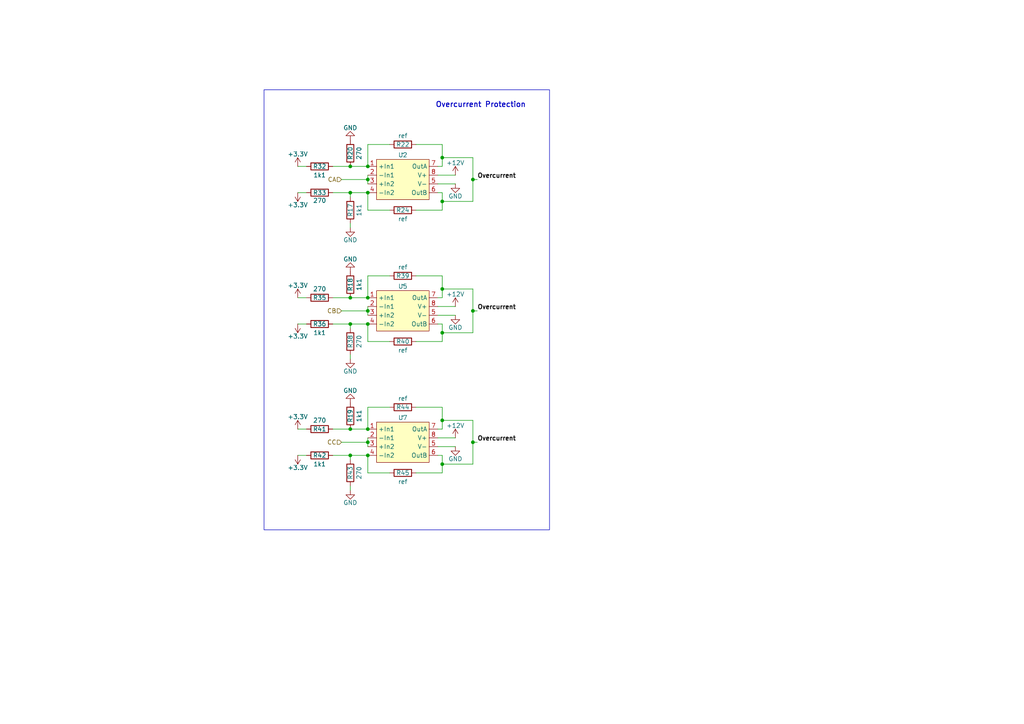
<source format=kicad_sch>
(kicad_sch (version 20250114) (generator "eeschema") (generator_version "9.0")
  (paper "A4")
  (lib_symbols
    (symbol "Device:R" (pin_numbers (hide yes)) (pin_names (offset 0))
      (property "Reference" "R" (at 2.032 0 90))
      (property "Value" "R" (at 0 0 90))
      (symbol "R_0_1"
        (rectangle (start -1.016 -2.54) (end 1.016 2.54) (stroke (width 0.254)))
      )
      (symbol "R_1_1"
        (pin passive line (at 0 3.81 270) (length 1.27) (name "~") (number "1"))
        (pin passive line (at 0 -3.81 90) (length 1.27) (name "~") (number "2"))
      )
    )
    (symbol "custom:TLV3502"
      (property "Reference" "U" (at 0 8.89 0))
      (symbol "TLV3502_1_1"
        (rectangle (start -7.62 7.112) (end 7.62 -4.572) (fill (type background)))
        (pin input line (at -10.16 5.08 0) (length 2.54) (name "+In1") (number "1"))
        (pin input line (at -10.16 2.54 0) (length 2.54) (name "-In1") (number "2"))
        (pin input line (at -10.16 0 0) (length 2.54) (name "+In2") (number "3"))
        (pin input line (at -10.16 -2.54 0) (length 2.54) (name "-In2") (number "4"))
        (pin output line (at 10.16 5.08 180) (length 2.54) (name "OutA") (number "7"))
        (pin output line (at 10.16 2.54 180) (length 2.54) (name "V+") (number "8"))
        (pin output line (at 10.16 0 180) (length 2.54) (name "V-") (number "5"))
        (pin output line (at 10.16 -2.54 180) (length 2.54) (name "OutB") (number "6"))
      )
    )
    (symbol "power:+12V" (power) (pin_numbers (hide yes)) (pin_names (offset 0) (hide yes))
      (property "Value" "+12V" (at 0 3.556 0))
      (symbol "+12V_0_1"
        (polyline (pts (xy -0.762 1.27) (xy 0 2.54)))
        (polyline (pts (xy 0 2.54) (xy 0.762 1.27)))
        (polyline (pts (xy 0 0) (xy 0 2.54)))
      )
      (symbol "+12V_1_1"
        (pin power_in line (at 0 0 90) (length 0) (name "~") (number "1"))
      )
    )
    (symbol "power:+3.3V" (power) (pin_numbers (hide yes)) (pin_names (offset 0) (hide yes))
      (property "Value" "+3.3V" (at 0 3.556 0))
      (symbol "+3.3V_0_1"
        (polyline (pts (xy -0.762 1.27) (xy 0 2.54)))
        (polyline (pts (xy 0 2.54) (xy 0.762 1.27)))
        (polyline (pts (xy 0 0) (xy 0 2.54)))
      )
      (symbol "+3.3V_1_1"
        (pin power_in line (at 0 0 90) (length 0) (name "~") (number "1"))
      )
    )
    (symbol "power:GND" (power) (pin_numbers (hide yes)) (pin_names (offset 0) (hide yes))
      (property "Value" "GND" (at 0 -3.81 0))
      (symbol "GND_0_1"
        (polyline (pts (xy 0 0) (xy 0 -1.27) (xy 1.27 -1.27) (xy 0 -2.54) (xy -1.27 -1.27) (xy 0 -1.27)))
      )
      (symbol "GND_1_1"
        (pin power_in line (at 0 0 270) (length 0) (name "~") (number "1"))
      )
    )
  )
  (rectangle (start 76.581 26.035) (end 159.385 153.67))
  (text "Overcurrent Protection" (at 139.446 30.48 0) (effects (font (size 1.524 1.524) (thickness 0.254) (bold yes))))
  (junction (at 137.16 90.17))
  (junction (at 106.68 90.17))
  (junction (at 128.27 121.92))
  (junction (at 137.16 128.27))
  (junction (at 128.27 134.62))
  (junction (at 101.6 124.46))
  (junction (at 106.68 128.27))
  (junction (at 106.68 48.26))
  (junction (at 106.68 52.07))
  (junction (at 128.27 83.82))
  (junction (at 128.27 58.42))
  (junction (at 128.27 45.72))
  (junction (at 101.6 55.88))
  (junction (at 101.6 48.26))
  (junction (at 106.68 55.88))
  (junction (at 106.68 86.36))
  (junction (at 128.27 96.52))
  (junction (at 101.6 86.36))
  (junction (at 137.16 52.07))
  (junction (at 106.68 124.46))
  (junction (at 101.6 132.08))
  (junction (at 106.68 93.98))
  (junction (at 106.68 132.08))
  (junction (at 101.6 93.98))
  (wire (pts (xy 86.36 132.08) (xy 88.9 132.08)))
  (wire (pts (xy 127 127) (xy 132.08 127)))
  (wire (pts (xy 99.06 90.17) (xy 106.68 90.17)))
  (wire (pts (xy 128.27 58.42) (xy 128.27 55.88)))
  (wire (pts (xy 106.68 50.8) (xy 106.68 52.07)))
  (wire (pts (xy 106.68 127) (xy 106.68 128.27)))
  (wire (pts (xy 101.6 102.87) (xy 101.6 104.14)))
  (wire (pts (xy 86.36 93.98) (xy 88.9 93.98)))
  (wire (pts (xy 101.6 124.46) (xy 106.68 124.46)))
  (wire (pts (xy 96.52 86.36) (xy 101.6 86.36)))
  (wire (pts (xy 99.06 128.27) (xy 106.68 128.27)))
  (wire (pts (xy 128.27 96.52) (xy 128.27 93.98)))
  (wire (pts (xy 96.52 124.46) (xy 101.6 124.46)))
  (wire (pts (xy 127 53.34) (xy 132.08 53.34)))
  (wire (pts (xy 127 129.54) (xy 132.08 129.54)))
  (wire (pts (xy 101.6 133.35) (xy 101.6 132.08)))
  (wire (pts (xy 86.36 55.88) (xy 88.9 55.88)))
  (wire (pts (xy 96.52 55.88) (xy 101.6 55.88)))
  (wire (pts (xy 106.68 137.16) (xy 106.68 132.08)))
  (wire (pts (xy 96.52 48.26) (xy 101.6 48.26)))
  (wire (pts (xy 86.36 48.26) (xy 88.9 48.26)))
  (wire (pts (xy 128.27 121.92) (xy 137.16 121.92)))
  (wire (pts (xy 120.65 41.91) (xy 128.27 41.91)))
  (wire (pts (xy 137.16 128.27) (xy 138.43 128.27)))
  (wire (pts (xy 137.16 58.42) (xy 128.27 58.42)))
  (wire (pts (xy 128.27 134.62) (xy 128.27 132.08)))
  (wire (pts (xy 96.52 93.98) (xy 101.6 93.98)))
  (wire (pts (xy 99.06 52.07) (xy 106.68 52.07)))
  (wire (pts (xy 128.27 118.11) (xy 128.27 121.92)))
  (wire (pts (xy 120.65 60.96) (xy 128.27 60.96)))
  (wire (pts (xy 120.65 99.06) (xy 128.27 99.06)))
  (wire (pts (xy 128.27 83.82) (xy 137.16 83.82)))
  (wire (pts (xy 113.03 118.11) (xy 106.68 118.11)))
  (wire (pts (xy 128.27 48.26) (xy 127 48.26)))
  (wire (pts (xy 128.27 99.06) (xy 128.27 96.52)))
  (wire (pts (xy 128.27 137.16) (xy 128.27 134.62)))
  (wire (pts (xy 128.27 45.72) (xy 137.16 45.72)))
  (wire (pts (xy 127 50.8) (xy 132.08 50.8)))
  (wire (pts (xy 120.65 118.11) (xy 128.27 118.11)))
  (wire (pts (xy 101.6 93.98) (xy 106.68 93.98)))
  (wire (pts (xy 137.16 45.72) (xy 137.16 52.07)))
  (wire (pts (xy 128.27 93.98) (xy 127 93.98)))
  (wire (pts (xy 106.68 52.07) (xy 106.68 53.34)))
  (wire (pts (xy 127 91.44) (xy 132.08 91.44)))
  (wire (pts (xy 96.52 132.08) (xy 101.6 132.08)))
  (wire (pts (xy 137.16 52.07) (xy 137.16 58.42)))
  (wire (pts (xy 106.68 118.11) (xy 106.68 124.46)))
  (wire (pts (xy 101.6 64.77) (xy 101.6 66.04)))
  (wire (pts (xy 106.68 128.27) (xy 106.68 129.54)))
  (wire (pts (xy 101.6 55.88) (xy 106.68 55.88)))
  (wire (pts (xy 128.27 80.01) (xy 128.27 83.82)))
  (wire (pts (xy 120.65 137.16) (xy 128.27 137.16)))
  (wire (pts (xy 128.27 83.82) (xy 128.27 86.36)))
  (wire (pts (xy 128.27 60.96) (xy 128.27 58.42)))
  (wire (pts (xy 137.16 96.52) (xy 128.27 96.52)))
  (wire (pts (xy 113.03 99.06) (xy 106.68 99.06)))
  (wire (pts (xy 137.16 90.17) (xy 138.43 90.17)))
  (wire (pts (xy 101.6 86.36) (xy 106.68 86.36)))
  (wire (pts (xy 101.6 48.26) (xy 106.68 48.26)))
  (wire (pts (xy 128.27 132.08) (xy 127 132.08)))
  (wire (pts (xy 137.16 134.62) (xy 128.27 134.62)))
  (wire (pts (xy 106.68 80.01) (xy 106.68 86.36)))
  (wire (pts (xy 86.36 124.46) (xy 88.9 124.46)))
  (wire (pts (xy 137.16 121.92) (xy 137.16 128.27)))
  (wire (pts (xy 101.6 140.97) (xy 101.6 142.24)))
  (wire (pts (xy 113.03 41.91) (xy 106.68 41.91)))
  (wire (pts (xy 128.27 55.88) (xy 127 55.88)))
  (wire (pts (xy 128.27 86.36) (xy 127 86.36)))
  (wire (pts (xy 137.16 90.17) (xy 137.16 96.52)))
  (wire (pts (xy 113.03 137.16) (xy 106.68 137.16)))
  (wire (pts (xy 113.03 80.01) (xy 106.68 80.01)))
  (wire (pts (xy 101.6 132.08) (xy 106.68 132.08)))
  (wire (pts (xy 128.27 41.91) (xy 128.27 45.72)))
  (wire (pts (xy 113.03 60.96) (xy 106.68 60.96)))
  (wire (pts (xy 137.16 83.82) (xy 137.16 90.17)))
  (wire (pts (xy 120.65 80.01) (xy 128.27 80.01)))
  (wire (pts (xy 128.27 121.92) (xy 128.27 124.46)))
  (wire (pts (xy 86.36 86.36) (xy 88.9 86.36)))
  (wire (pts (xy 106.68 41.91) (xy 106.68 48.26)))
  (wire (pts (xy 137.16 52.07) (xy 138.43 52.07)))
  (wire (pts (xy 137.16 128.27) (xy 137.16 134.62)))
  (wire (pts (xy 127 88.9) (xy 132.08 88.9)))
  (wire (pts (xy 101.6 57.15) (xy 101.6 55.88)))
  (wire (pts (xy 106.68 60.96) (xy 106.68 55.88)))
  (wire (pts (xy 106.68 99.06) (xy 106.68 93.98)))
  (wire (pts (xy 106.68 90.17) (xy 106.68 91.44)))
  (wire (pts (xy 128.27 45.72) (xy 128.27 48.26)))
  (wire (pts (xy 106.68 88.9) (xy 106.68 90.17)))
  (wire (pts (xy 101.6 95.25) (xy 101.6 93.98)))
  (wire (pts (xy 128.27 124.46) (xy 127 124.46)))
  (label "Overcurrent" (at 138.43 52.07 0) (effects (font (thickness 0.254) (bold yes))))
  (label "Overcurrent" (at 138.43 128.27 0) (effects (font (thickness 0.254) (bold yes))))
  (label "Overcurrent" (at 138.43 90.17 0) (effects (font (thickness 0.254) (bold yes))))
  (hierarchical_label "CA" (shape input) (at 99.06 52.07 180))
  (hierarchical_label "CB" (shape input) (at 99.06 90.17 180))
  (hierarchical_label "CC" (shape input) (at 99.06 128.27 180))
  (symbol (lib_id "Device:R") (at 92.71 48.26 90) (unit 1)
    (property "Reference" "R32" (at 92.71 48.26 90))
    (property "Value" "1k1" (at 92.71 50.8 90))
    (property "Description" "Resistor" (effects (hide yes)))
  )
  (symbol (lib_id "power:+3.3V") (at 86.36 55.88 180) (unit 1)
    (property "Reference" "#PWR026" (effects (hide yes)))
    (property "Value" "+3.3V" (at 86.36 59.436 0))
    (property "Description" "Power symbol creates a global label with name \"+3.3V\"" (effects (hide yes)))
  )
  (symbol (lib_id "Device:R") (at 92.71 93.98 90) (unit 1)
    (property "Reference" "R36" (at 92.71 93.98 90))
    (property "Value" "1k1" (at 92.71 96.52 90))
    (property "Description" "Resistor" (effects (hide yes)))
  )
  (symbol (lib_id "power:GND") (at 101.6 142.24 0) (unit 1)
    (property "Reference" "#PWR070" (effects (hide yes)))
    (property "Value" "GND" (at 101.6 145.796 0))
    (property "Description" "Power symbol creates a global label with name \"GND\" , ground" (effects (hide yes)))
  )
  (symbol (lib_id "Device:R") (at 92.71 124.46 270) (unit 1)
    (property "Reference" "R41" (at 92.71 124.46 90))
    (property "Value" "270" (at 92.71 121.92 90))
    (property "Description" "Resistor" (effects (hide yes)))
  )
  (symbol (lib_id "power:GND") (at 101.6 104.14 0) (unit 1)
    (property "Reference" "#PWR039" (effects (hide yes)))
    (property "Value" "GND" (at 101.6 107.696 0))
    (property "Description" "Power symbol creates a global label with name \"GND\" , ground" (effects (hide yes)))
  )
  (symbol (lib_id "power:GND") (at 101.6 40.64 0) (mirror x) (unit 1)
    (property "Reference" "#PWR025" (effects (hide yes)))
    (property "Value" "GND" (at 101.6 37.084 0))
    (property "Description" "Power symbol creates a global label with name \"GND\" , ground" (effects (hide yes)))
  )
  (symbol (lib_id "power:+3.3V") (at 86.36 93.98 180) (unit 1)
    (property "Reference" "#PWR033" (effects (hide yes)))
    (property "Value" "+3.3V" (at 86.36 97.536 0))
    (property "Description" "Power symbol creates a global label with name \"+3.3V\"" (effects (hide yes)))
  )
  (symbol (lib_id "power:GND") (at 132.08 53.34 0) (unit 1)
    (property "Reference" "#PWR031" (effects (hide yes)))
    (property "Value" "GND" (at 132.08 56.896 0))
    (property "Description" "Power symbol creates a global label with name \"GND\" , ground" (effects (hide yes)))
  )
  (symbol (lib_id "Device:R") (at 101.6 99.06 180) (unit 1)
    (property "Reference" "R38" (at 101.6 99.06 90))
    (property "Value" "270" (at 104.14 99.06 90))
    (property "Description" "Resistor" (effects (hide yes)))
  )
  (symbol (lib_id "power:+3.3V") (at 86.36 132.08 180) (unit 1)
    (property "Reference" "#PWR051" (effects (hide yes)))
    (property "Value" "+3.3V" (at 86.36 135.636 0))
    (property "Description" "Power symbol creates a global label with name \"+3.3V\"" (effects (hide yes)))
  )
  (symbol (lib_id "Device:R") (at 116.84 60.96 90) (unit 1)
    (property "Reference" "R24" (at 116.84 60.96 90))
    (property "Value" "ref" (at 116.84 63.5 90))
    (property "Description" "Resistor" (effects (hide yes)))
  )
  (symbol (lib_id "power:GND") (at 101.6 78.74 0) (mirror x) (unit 1)
    (property "Reference" "#PWR036" (effects (hide yes)))
    (property "Value" "GND" (at 101.6 75.184 0))
    (property "Description" "Power symbol creates a global label with name \"GND\" , ground" (effects (hide yes)))
  )
  (symbol (lib_id "Device:R") (at 116.84 80.01 270) (unit 1)
    (property "Reference" "R39" (at 116.84 80.01 90))
    (property "Value" "ref" (at 116.84 77.47 90))
    (property "Description" "Resistor" (effects (hide yes)))
  )
  (symbol (lib_id "Device:R") (at 92.71 55.88 270) (unit 1)
    (property "Reference" "R33" (at 92.71 55.88 90))
    (property "Value" "270" (at 92.71 58.166 90))
    (property "Description" "Resistor" (effects (hide yes)))
  )
  (symbol (lib_id "Device:R") (at 116.84 118.11 270) (unit 1)
    (property "Reference" "R44" (at 116.84 118.11 90))
    (property "Value" "ref" (at 116.84 115.57 90))
    (property "Description" "Resistor" (effects (hide yes)))
  )
  (symbol (lib_id "power:+3.3V") (at 86.36 48.26 0) (mirror y) (unit 1)
    (property "Reference" "#PWR09" (effects (hide yes)))
    (property "Value" "+3.3V" (at 86.36 44.704 0))
    (property "Description" "Power symbol creates a global label with name \"+3.3V\"" (effects (hide yes)))
  )
  (symbol (lib_id "Device:R") (at 116.84 99.06 90) (unit 1)
    (property "Reference" "R40" (at 116.84 99.06 90))
    (property "Value" "ref" (at 116.84 101.6 90))
    (property "Description" "Resistor" (effects (hide yes)))
  )
  (symbol (lib_id "power:+3.3V") (at 86.36 124.46 0) (mirror y) (unit 1)
    (property "Reference" "#PWR018" (effects (hide yes)))
    (property "Value" "+3.3V" (at 86.36 120.904 0))
    (property "Description" "Power symbol creates a global label with name \"+3.3V\"" (effects (hide yes)))
  )
  (symbol (lib_id "power:GND") (at 101.6 116.84 0) (mirror x) (unit 1)
    (property "Reference" "#PWR069" (effects (hide yes)))
    (property "Value" "GND" (at 101.6 113.284 0))
    (property "Description" "Power symbol creates a global label with name \"GND\" , ground" (effects (hide yes)))
  )
  (symbol (lib_id "custom:TLV3502") (at 116.84 91.44 0) (unit 1)
    (property "Reference" "U5" (at 116.84 83.058 0))
    (property "Value" "~" (at 116.84 82.55 0))
  )
  (symbol (lib_id "Device:R") (at 92.71 132.08 90) (unit 1)
    (property "Reference" "R42" (at 92.71 132.08 90))
    (property "Value" "1k1" (at 92.71 134.62 90))
    (property "Description" "Resistor" (effects (hide yes)))
  )
  (symbol (lib_id "Device:R") (at 101.6 120.65 0) (mirror y) (unit 1)
    (property "Reference" "R19" (at 101.6 120.65 90))
    (property "Value" "1k1" (at 104.14 120.65 90))
    (property "Description" "Resistor" (effects (hide yes)))
  )
  (symbol (lib_id "Device:R") (at 116.84 137.16 90) (unit 1)
    (property "Reference" "R45" (at 116.84 137.16 90))
    (property "Value" "ref" (at 116.84 139.7 90))
    (property "Description" "Resistor" (effects (hide yes)))
  )
  (symbol (lib_id "power:GND") (at 132.08 91.44 0) (unit 1)
    (property "Reference" "#PWR050" (effects (hide yes)))
    (property "Value" "GND" (at 132.08 94.996 0))
    (property "Description" "Power symbol creates a global label with name \"GND\" , ground" (effects (hide yes)))
  )
  (symbol (lib_id "Device:R") (at 101.6 137.16 180) (unit 1)
    (property "Reference" "R43" (at 101.6 137.16 90))
    (property "Value" "270" (at 104.14 137.16 90))
    (property "Description" "Resistor" (effects (hide yes)))
  )
  (symbol (lib_id "Device:R") (at 92.71 86.36 270) (unit 1)
    (property "Reference" "R35" (at 92.71 86.36 90))
    (property "Value" "270" (at 92.71 83.82 90))
    (property "Description" "Resistor" (effects (hide yes)))
  )
  (symbol (lib_id "custom:TLV3502") (at 116.84 53.34 0) (unit 1)
    (property "Reference" "U2" (at 116.84 44.958 0))
    (property "Value" "~" (at 116.84 44.45 0))
  )
  (symbol (lib_id "Device:R") (at 101.6 44.45 180) (unit 1)
    (property "Reference" "R20" (at 101.6 44.45 90))
    (property "Value" "270" (at 104.14 44.45 90))
    (property "Description" "Resistor" (effects (hide yes)))
  )
  (symbol (lib_id "Device:R") (at 116.84 41.91 270) (unit 1)
    (property "Reference" "R22" (at 116.84 41.91 90))
    (property "Value" "ref" (at 116.84 39.37 90))
    (property "Description" "Resistor" (effects (hide yes)))
  )
  (symbol (lib_id "power:+12V") (at 132.08 127 0) (unit 1)
    (property "Reference" "#PWR071" (effects (hide yes)))
    (property "Value" "+12V" (at 132.08 123.444 0))
    (property "Description" "Power symbol creates a global label with name \"+12V\"" (effects (hide yes)))
  )
  (symbol (lib_id "power:+12V") (at 132.08 88.9 0) (unit 1)
    (property "Reference" "#PWR042" (effects (hide yes)))
    (property "Value" "+12V" (at 132.08 85.344 0))
    (property "Description" "Power symbol creates a global label with name \"+12V\"" (effects (hide yes)))
  )
  (symbol (lib_id "power:GND") (at 132.08 129.54 0) (unit 1)
    (property "Reference" "#PWR073" (effects (hide yes)))
    (property "Value" "GND" (at 132.08 133.096 0))
    (property "Description" "Power symbol creates a global label with name \"GND\" , ground" (effects (hide yes)))
  )
  (symbol (lib_id "Device:R") (at 101.6 60.96 0) (mirror y) (unit 1)
    (property "Reference" "R17" (at 101.6 60.96 90))
    (property "Value" "1k1" (at 104.14 60.96 90))
    (property "Description" "Resistor" (effects (hide yes)))
  )
  (symbol (lib_id "custom:TLV3502") (at 116.84 129.54 0) (unit 1)
    (property "Reference" "U7" (at 116.84 121.158 0))
    (property "Value" "~" (at 116.84 120.65 0))
  )
  (symbol (lib_id "Device:R") (at 101.6 82.55 0) (mirror y) (unit 1)
    (property "Reference" "R18" (at 101.6 82.55 90))
    (property "Value" "1k1" (at 104.14 82.55 90))
    (property "Description" "Resistor" (effects (hide yes)))
  )
  (symbol (lib_id "power:+12V") (at 132.08 50.8 0) (unit 1)
    (property "Reference" "#PWR030" (effects (hide yes)))
    (property "Value" "+12V" (at 132.08 47.244 0))
    (property "Description" "Power symbol creates a global label with name \"+12V\"" (effects (hide yes)))
  )
  (symbol (lib_id "power:+3.3V") (at 86.36 86.36 0) (mirror y) (unit 1)
    (property "Reference" "#PWR017" (effects (hide yes)))
    (property "Value" "+3.3V" (at 86.36 82.804 0))
    (property "Description" "Power symbol creates a global label with name \"+3.3V\"" (effects (hide yes)))
  )
  (symbol (lib_id "power:GND") (at 101.6 66.04 0) (unit 1)
    (property "Reference" "#PWR029" (effects (hide yes)))
    (property "Value" "GND" (at 101.6 69.596 0))
    (property "Description" "Power symbol creates a global label with name \"GND\" , ground" (effects (hide yes)))
  )
)
</source>
